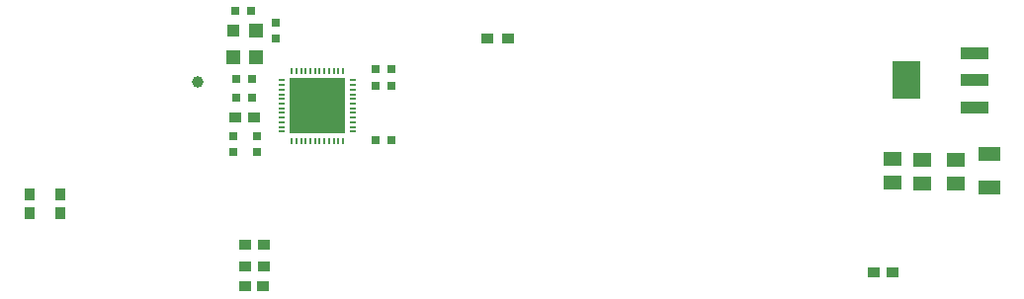
<source format=gbp>
G04 Layer_Color=128*
%FSLAX44Y44*%
%MOMM*%
G71*
G01*
G75*
%ADD10R,0.9500X1.0000*%
%ADD12R,1.0000X0.9500*%
%ADD13R,0.8000X0.7500*%
%ADD27R,1.6002X1.2700*%
%ADD28R,1.8500X1.3000*%
%ADD29R,2.4000X3.3000*%
%ADD30R,2.4000X1.0000*%
%ADD31R,0.7500X0.8000*%
%ADD32C,1.0000*%
%ADD33O,0.6500X0.2000*%
%ADD34O,0.2000X0.6500*%
%ADD35R,4.7000X4.7000*%
%ADD36R,1.3000X1.3000*%
%ADD37R,1.0000X1.0000*%
%ADD38R,1.0000X0.8128*%
D10*
X51011Y50048D02*
D03*
Y66048D02*
D03*
X24879Y50124D02*
D03*
Y66124D02*
D03*
D12*
X763807Y-599D02*
D03*
X747807D02*
D03*
X225212Y22805D02*
D03*
X209212D02*
D03*
X225504Y4722D02*
D03*
X209503D02*
D03*
X208790Y-12700D02*
D03*
X224790D02*
D03*
X217000Y132000D02*
D03*
X201000D02*
D03*
D13*
X199000Y102250D02*
D03*
Y115750D02*
D03*
X219000D02*
D03*
Y102250D02*
D03*
X235384Y213411D02*
D03*
Y199911D02*
D03*
D27*
X764000Y76000D02*
D03*
Y96320D02*
D03*
X789000Y75840D02*
D03*
Y96160D02*
D03*
X818000Y75680D02*
D03*
Y96000D02*
D03*
D28*
X846458Y101300D02*
D03*
Y72300D02*
D03*
D29*
X776000Y164000D02*
D03*
D30*
X834000Y141000D02*
D03*
X834000Y164000D02*
D03*
X834000Y187000D02*
D03*
D31*
X334819Y112954D02*
D03*
X321319D02*
D03*
X334210Y159659D02*
D03*
X320710D02*
D03*
X334210Y174039D02*
D03*
X320710D02*
D03*
X201250Y149000D02*
D03*
X214750D02*
D03*
X201250Y165000D02*
D03*
X214750D02*
D03*
X200956Y223245D02*
D03*
X214456D02*
D03*
D32*
X168631Y162875D02*
D03*
D33*
X301312Y164088D02*
D03*
Y160088D02*
D03*
Y156088D02*
D03*
Y152088D02*
D03*
Y148088D02*
D03*
Y144088D02*
D03*
Y140088D02*
D03*
Y136088D02*
D03*
Y132088D02*
D03*
Y128088D02*
D03*
Y124088D02*
D03*
Y120088D02*
D03*
X240812D02*
D03*
Y124088D02*
D03*
Y128088D02*
D03*
Y132088D02*
D03*
Y136088D02*
D03*
Y140088D02*
D03*
Y144088D02*
D03*
Y148088D02*
D03*
Y152088D02*
D03*
Y156088D02*
D03*
Y160088D02*
D03*
Y164088D02*
D03*
D34*
X293062Y111838D02*
D03*
X289062D02*
D03*
X285062D02*
D03*
X281062D02*
D03*
X277062D02*
D03*
X273062D02*
D03*
X269062D02*
D03*
X265062D02*
D03*
X261062D02*
D03*
X257062D02*
D03*
X253062D02*
D03*
X249062D02*
D03*
Y172338D02*
D03*
X253062D02*
D03*
X257062D02*
D03*
X261062D02*
D03*
X265062D02*
D03*
X269062D02*
D03*
X273062D02*
D03*
X277062D02*
D03*
X281062D02*
D03*
X285062D02*
D03*
X289062D02*
D03*
X293062D02*
D03*
D35*
X271062Y142088D02*
D03*
D36*
X199161Y184065D02*
D03*
X218862D02*
D03*
Y207065D02*
D03*
D37*
X199161D02*
D03*
D38*
X416376Y199590D02*
D03*
X434376D02*
D03*
M02*

</source>
